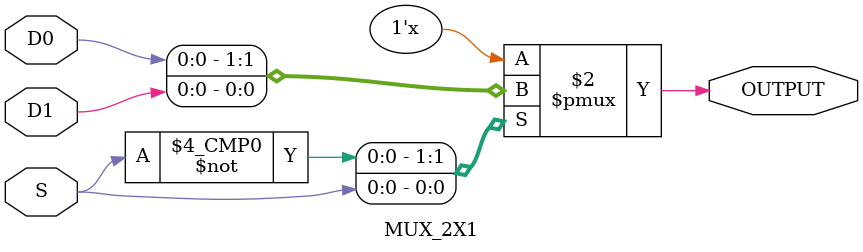
<source format=v>
module Full_Adder_2bit(A,B,Cin,SUM,Cout);
    input [1:0]A,B;
    input Cin;
    output [2:0]SUM;
    output Cout;
    wire w0,w1,w2;
    assign w2=A[0]^B[0];
    assign w0=A[0]&B[0];
    assign w1=A[1]^B[1];
    or o(SUM[0],w2,Cin);
    MUX_2X1 M1(B[1],w0,w1,SUM[2]);
    MUX_2X1 M2(w0,~w0,w1,SUM[1]);
    assign Cout=SUM[2];
endmodule
    
    
    
    
    
    
    
    
    module MUX_2X1(D0,D1,S,OUTPUT);
    input D0,D1,S;
    output reg OUTPUT;
    always @(D0 or D1 or S)
    begin
        case(S)
            1'b0 : OUTPUT = D0;
            1'b1 : OUTPUT = D1;
        endcase
    end
endmodule
    

</source>
